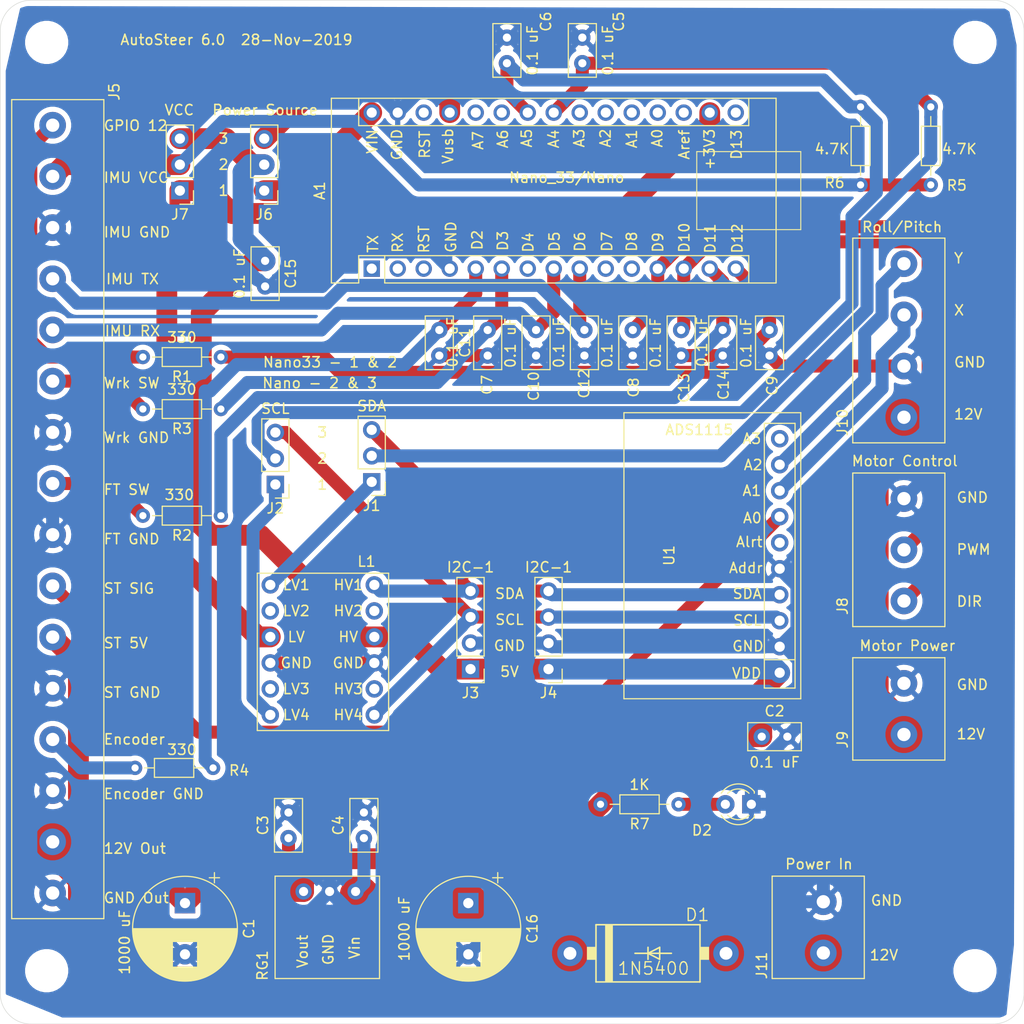
<source format=kicad_pcb>
(kicad_pcb (version 20171130) (host pcbnew "(5.1.2)-2")
  (layers (0 F.Cu signal) (31 B.Cu signal) (34 B.Paste user) (35 F.Paste user) (36 B.SilkS user) (37 F.SilkS user) (38 B.Mask user) (39 F.Mask user) (44 Edge.Cuts user))
  (net 0 "")
  (net 1 "Net-(A1-Pad16)")
  (net 2 "Net-(A1-Pad17)")
  (net 3 "Net-(A1-Pad3)")
  (net 4 "Net-(A1-Pad18)")
  (net 5 "Net-(A1-Pad4)")
  (net 6 GND)
  (net 7 "Net-(A1-Pad5)")
  (net 8 "Net-(A1-Pad20)")
  (net 9 "Net-(A1-Pad6)")
  (net 10 "Net-(A1-Pad21)")
  (net 11 "Net-(A1-Pad7)")
  (net 12 "Net-(A1-Pad22)")
  (net 13 "Net-(A1-Pad8)")
  (net 14 "Net-(A1-Pad23)")
  (net 15 "Net-(A1-Pad9)")
  (net 16 "Net-(A1-Pad24)")
  (net 17 "Net-(A1-Pad10)")
  (net 18 "Net-(A1-Pad25)")
  (net 19 "Net-(A1-Pad11)")
  (net 20 "Net-(A1-Pad26)")
  (net 21 "Net-(A1-Pad12)")
  (net 22 "Net-(A1-Pad27)")
  (net 23 "Net-(A1-Pad13)")
  (net 24 "Net-(A1-Pad28)")
  (net 25 "Net-(A1-Pad29)")
  (net 26 "Net-(A1-Pad15)")
  (net 27 "Net-(A1-Pad30)")
  (net 28 "Net-(A1-Pad1)")
  (net 29 "Net-(C1-Pad1)")
  (net 30 "Net-(D1-PadA)")
  (net 31 "Net-(D2-Pad2)")
  (net 32 "Net-(J1-Pad3)")
  (net 33 "Net-(J1-Pad1)")
  (net 34 "Net-(J2-Pad1)")
  (net 35 "Net-(L1-Pad8)")
  (net 36 "Net-(L1-Pad2)")
  (net 37 "Net-(U1-Pad10)")
  (net 38 "Net-(U1-Pad6)")
  (net 39 "Net-(L1-Pad11)")
  (net 40 "Net-(L1-Pad5)")
  (net 41 "Net-(A1-Pad2)")
  (net 42 "Net-(J2-Pad3)")
  (net 43 "Net-(J5-Pad13)")
  (net 44 "Net-(J5-Pad10)")
  (net 45 "Net-(J5-Pad8)")
  (net 46 "Net-(J5-Pad6)")
  (net 47 "Net-(J5-Pad2)")
  (net 48 "Net-(J5-Pad1)")
  (net 49 "Net-(J10-Pad4)")
  (net 50 "Net-(J10-Pad3)")
  (net 51 "Net-(C16-Pad1)")
  (module Capacitor_THT:C_Disc_D5.0mm_W2.5mm_P2.50mm (layer F.Cu) (at 112.522 132.842 90)
    (fp_text reference C4 (at 1.25 -2.5 90) (layer F.SilkS))
    (fp_text value "2.2 uF")
    (pad 2 thru_hole circle (at 2.5 0 90) (size 1.6 1.6) (drill 0.8) (layers *.Cu *.Mask) (net 6 GND))
    (pad 1 thru_hole circle (at 0 0 90) (size 1.6 1.6) (drill 0.8) (layers *.Cu *.Mask) (net 51 "Net-(C16-Pad1)"))
  )
  (module Capacitor_THT:C_Disc_D5.0mm_W2.5mm_P2.50mm (layer F.Cu) (at 105.156 132.842 90)
    (fp_text reference C3 (at 1.25 -2.5 90) (layer F.SilkS))
    (fp_text value "10 uF")
    (pad 2 thru_hole circle (at 2.5 0 90) (size 1.6 1.6) (drill 0.8) (layers *.Cu *.Mask) (net 6 GND))
    (pad 1 thru_hole circle (at 0 0 90) (size 1.6 1.6) (drill 0.8) (layers *.Cu *.Mask) (net 29 "Net-(C1-Pad1)"))
  )
  (module Capacitor_THT:C_Disc_D5.0mm_W2.5mm_P2.50mm (layer F.Cu) (at 119.888 83.2104 270)
    (fp_text reference C11 (at 1.25 -2.5 90) (layer F.SilkS))
    (fp_text value "0.1 uF")
    (pad 2 thru_hole circle (at 2.5 0 270) (size 1.6 1.6) (drill 0.8) (layers *.Cu *.Mask) (net 6 GND))
    (pad 1 thru_hole circle (at 0 0 270) (size 1.6 1.6) (drill 0.8) (layers *.Cu *.Mask) (net 8 "Net-(A1-Pad20)"))
  )
  (module Resistor_THT:R_Axial_DIN0204_L3.6mm_D1.6mm_P7.62mm_Horizontal (layer F.Cu) (at 97.79 125.984 180)
    (fp_text reference R4 (at -2.54 -0.254) (layer F.SilkS))
    (fp_text value 330 (at 3.048 1.778) (layer F.SilkS))
    (pad 2 thru_hole oval (at 7.62 0 180) (size 1.4 1.4) (drill 0.7) (layers *.Cu *.Mask) (net 43 "Net-(J5-Pad13)"))
    (pad 1 thru_hole circle (at 0 0 180) (size 1.4 1.4) (drill 0.7) (layers *.Cu *.Mask) (net 8 "Net-(A1-Pad20)"))
  )
  (module "my library:Phoenix_2_pin_5mm_terminal_block" (layer F.Cu) (at 160.274 125.222 90)
    (fp_text reference J9 (at 2 -1 90) (layer F.SilkS))
    (fp_text value "Motor Power" (at 11.176 5.334 180) (layer F.SilkS))
    (pad 2 thru_hole circle (at 7.5 5 90) (size 2.6 2.6) (drill 1.3) (layers *.Cu *.Mask) (net 6 GND))
    (pad 1 thru_hole circle (at 2.5 5 90) (size 2.6 2.6) (drill 1.3) (layers *.Cu *.Mask) (net 51 "Net-(C16-Pad1)"))
  )
  (module Connector_PinHeader_2.54mm:PinHeader_1x04_P2.54mm_Vertical (layer F.Cu) (at 122.936 116.332 180)
    (fp_text reference J3 (at 0 -2.33) (layer F.SilkS))
    (fp_text value I2C-1 (at 0 9.95) (layer F.SilkS))
    (pad 4 thru_hole oval (at 0 7.62 180) (size 1.7 1.7) (drill 1) (layers *.Cu *.Mask) (net 32 "Net-(J1-Pad3)"))
    (pad 3 thru_hole oval (at 0 5.08 180) (size 1.7 1.7) (drill 1) (layers *.Cu *.Mask) (net 42 "Net-(J2-Pad3)"))
    (pad 2 thru_hole oval (at 0 2.54 180) (size 1.7 1.7) (drill 1) (layers *.Cu *.Mask) (net 6 GND))
    (pad 1 thru_hole rect (at 0 0 180) (size 1.7 1.7) (drill 1) (layers *.Cu *.Mask) (net 29 "Net-(C1-Pad1)"))
  )
  (module "my library:LLC" (layer F.Cu) (at 116.078 125.89)
    (fp_text reference L1 (at -3.302 -20.066) (layer F.SilkS))
    (fp_text value LLC)
    (fp_text user HV3 (at -5.08 -7.62) (layer F.SilkS))
    (fp_text user HV4 (at -5.08 -5.08) (layer F.SilkS))
    (fp_text user GND (at -5.08 -10.16) (layer F.SilkS))
    (fp_text user HV (at -5.08 -12.7) (layer F.SilkS))
    (fp_text user HV2 (at -5.08 -15.24) (layer F.SilkS))
    (fp_text user HV1 (at -5.08 -17.78) (layer F.SilkS))
    (fp_text user LV4 (at -10.16 -5.08) (layer F.SilkS))
    (fp_text user LV3 (at -10.16 -7.62) (layer F.SilkS))
    (fp_text user GND (at -10.16 -10.16) (layer F.SilkS))
    (fp_text user LV (at -10.16 -12.7) (layer F.SilkS))
    (fp_text user LV2 (at -10.16 -15.24) (layer F.SilkS))
    (fp_text user LV1 (at -10.16 -17.78) (layer F.SilkS))
    (pad 12 thru_hole circle (at -2.54 -5.08) (size 1.7 1.7) (drill 1) (layers *.Cu *.Mask) (net 42 "Net-(J2-Pad3)"))
    (pad 11 thru_hole circle (at -2.54 -7.62) (size 1.7 1.7) (drill 1) (layers *.Cu *.Mask) (net 39 "Net-(L1-Pad11)"))
    (pad 10 thru_hole circle (at -2.54 -10.16) (size 1.7 1.7) (drill 1) (layers *.Cu *.Mask) (net 6 GND))
    (pad 9 thru_hole circle (at -2.54 -12.7) (size 1.7 1.7) (drill 1) (layers *.Cu *.Mask) (net 29 "Net-(C1-Pad1)"))
    (pad 8 thru_hole circle (at -2.54 -15.24) (size 1.7 1.7) (drill 1) (layers *.Cu *.Mask) (net 35 "Net-(L1-Pad8)"))
    (pad 7 thru_hole circle (at -2.54 -17.78) (size 1.7 1.7) (drill 1) (layers *.Cu *.Mask) (net 32 "Net-(J1-Pad3)"))
    (pad 6 thru_hole circle (at -12.7 -5.08) (size 1.7 1.7) (drill 1) (layers *.Cu *.Mask) (net 34 "Net-(J2-Pad1)"))
    (pad 5 thru_hole circle (at -12.7 -7.62) (size 1.7 1.7) (drill 1) (layers *.Cu *.Mask) (net 40 "Net-(L1-Pad5)"))
    (pad 4 thru_hole circle (at -12.7 -10.16) (size 1.7 1.7) (drill 1) (layers *.Cu *.Mask) (net 6 GND))
    (pad 3 thru_hole circle (at -12.7 -12.7) (size 1.7 1.7) (drill 1) (layers *.Cu *.Mask) (net 41 "Net-(A1-Pad2)"))
    (pad 2 thru_hole circle (at -12.7 -15.24) (size 1.7 1.7) (drill 1) (layers *.Cu *.Mask) (net 36 "Net-(L1-Pad2)"))
    (pad 1 thru_hole circle (at -12.7 -17.78) (size 1.7 1.7) (drill 1) (layers *.Cu *.Mask) (net 33 "Net-(J1-Pad1)"))
  )
  (module "my library:ads1115" (layer F.Cu) (at 154.686 118.364 90)
    (fp_text reference U1 (at 13.1318 -12.3444 90) (layer F.SilkS))
    (fp_text value ADS1115 (at 25.4 -9.398 180) (layer F.SilkS))
    (fp_text user A3 (at 24.5364 -4.2672) (layer F.SilkS))
    (fp_text user A2 (at 21.971 -4.1402) (layer F.SilkS))
    (fp_text user A1 (at 19.4564 -4.2672) (layer F.SilkS))
    (fp_text user A0 (at 16.7894 -4.2164) (layer F.SilkS))
    (fp_text user Alrt (at 14.4526 -4.5212) (layer F.SilkS))
    (fp_text user Addr (at 11.9126 -4.8514) (layer F.SilkS))
    (fp_text user SDA (at 9.398 -4.7244) (layer F.SilkS))
    (fp_text user SCL (at 6.7818 -4.699) (layer F.SilkS))
    (fp_text user GND (at 4.2672 -4.6482) (layer F.SilkS))
    (fp_text user VDD (at 1.6256 -4.7752) (layer F.SilkS))
    (pad 10 thru_hole circle (at 24.5364 -1.5494 90) (size 1.7 1.7) (drill 1) (layers *.Cu *.Mask) (net 37 "Net-(U1-Pad10)"))
    (pad 9 thru_hole circle (at 21.9964 -1.5494 90) (size 1.7 1.7) (drill 1) (layers *.Cu *.Mask) (net 49 "Net-(J10-Pad4)"))
    (pad 8 thru_hole circle (at 19.4564 -1.5494 90) (size 1.7 1.7) (drill 1) (layers *.Cu *.Mask) (net 50 "Net-(J10-Pad3)"))
    (pad 7 thru_hole circle (at 16.9164 -1.5494 90) (size 1.7 1.7) (drill 1) (layers *.Cu *.Mask) (net 44 "Net-(J5-Pad10)"))
    (pad 6 thru_hole circle (at 14.3764 -1.5494 90) (size 1.7 1.7) (drill 1) (layers *.Cu *.Mask) (net 38 "Net-(U1-Pad6)"))
    (pad 5 thru_hole circle (at 11.8364 -1.5494 90) (size 1.7 1.7) (drill 1) (layers *.Cu *.Mask) (net 6 GND))
    (pad 4 thru_hole circle (at 9.2964 -1.5494 90) (size 1.7 1.7) (drill 1) (layers *.Cu *.Mask) (net 32 "Net-(J1-Pad3)"))
    (pad 3 thru_hole circle (at 6.7564 -1.5494 90) (size 1.7 1.7) (drill 1) (layers *.Cu *.Mask) (net 42 "Net-(J2-Pad3)"))
    (pad 2 thru_hole circle (at 4.2164 -1.5494 90) (size 1.7 1.7) (drill 1) (layers *.Cu *.Mask) (net 6 GND))
    (pad 1 thru_hole circle (at 1.6764 -1.5494 90) (size 1.7 1.7) (drill 1) (layers *.Cu *.Mask) (net 29 "Net-(C1-Pad1)"))
  )
  (module Resistor_THT:R_Axial_DIN0204_L3.6mm_D1.6mm_P7.62mm_Horizontal (layer F.Cu) (at 161.036 69.036 90)
    (fp_text reference R6 (at 0.202 -2.54) (layer F.SilkS))
    (fp_text value 4.7K (at 3.504 -2.794) (layer F.SilkS))
    (pad 2 thru_hole oval (at 7.62 0 90) (size 1.4 1.4) (drill 0.7) (layers *.Cu *.Mask) (net 15 "Net-(A1-Pad9)"))
    (pad 1 thru_hole circle (at 0 0 90) (size 1.4 1.4) (drill 0.7) (layers *.Cu *.Mask) (net 47 "Net-(J5-Pad2)"))
  )
  (module Resistor_THT:R_Axial_DIN0204_L3.6mm_D1.6mm_P7.62mm_Horizontal (layer F.Cu) (at 167.894 69.036 90)
    (fp_text reference R5 (at -0.052 2.54) (layer F.SilkS))
    (fp_text value 4.7K (at 3.504 2.794) (layer F.SilkS))
    (pad 2 thru_hole oval (at 7.62 0 90) (size 1.4 1.4) (drill 0.7) (layers *.Cu *.Mask) (net 13 "Net-(A1-Pad8)"))
    (pad 1 thru_hole circle (at 0 0 90) (size 1.4 1.4) (drill 0.7) (layers *.Cu *.Mask) (net 47 "Net-(J5-Pad2)"))
  )
  (module "my library:mEZD71201A" (layer F.Cu) (at 114.046 146.558 180)
    (fp_text reference RG1 (at 11.43 1.27 270) (layer F.SilkS))
    (fp_text value mEZD71201A)
    (fp_text user Vin (at 2.4384 3.0226 90) (layer F.SilkS))
    (fp_text user GND (at 5.0038 2.8448 90) (layer F.SilkS))
    (fp_text user Vout (at 7.5184 2.6416 90) (layer F.SilkS))
    (pad 3 thru_hole circle (at 7.4168 8.5 270) (size 1.59 1.59) (drill 0.89) (layers *.Cu *.Mask) (net 29 "Net-(C1-Pad1)"))
    (pad 2 thru_hole circle (at 4.8768 8.5 270) (size 1.59 1.59) (drill 0.89) (layers *.Cu *.Mask) (net 6 GND))
    (pad 1 thru_hole circle (at 2.3368 8.5 270) (size 1.59 1.59) (drill 0.89) (layers *.Cu *.Mask) (net 51 "Net-(C16-Pad1)"))
  )
  (module "my library:Phoenix_2_pin_5mm_terminal_block" (layer F.Cu) (at 152.4 146.558 90)
    (fp_text reference J11 (at 1.27 -1.016 90) (layer F.SilkS))
    (fp_text value "Power In" (at 11.176 4.572 180) (layer F.SilkS))
    (pad 2 thru_hole circle (at 7.5 5 90) (size 2.6 2.6) (drill 1.3) (layers *.Cu *.Mask) (net 6 GND))
    (pad 1 thru_hole circle (at 2.5 5 90) (size 2.6 2.6) (drill 1.3) (layers *.Cu *.Mask) (net 30 "Net-(D1-PadA)"))
  )
  (module "my library:Phoenix_4_pin_5mm_terminal_block" (layer F.Cu) (at 160.274 94.234 90)
    (fp_text reference J10 (at 2 -1 90) (layer F.SilkS))
    (fp_text value Roll/Pitch (at 21.082 4.826 180) (layer F.SilkS))
    (pad 4 thru_hole circle (at 17.5 5 90) (size 2.6 2.6) (drill 1.3) (layers *.Cu *.Mask) (net 49 "Net-(J10-Pad4)"))
    (pad 3 thru_hole circle (at 12.5 5 90) (size 2.6 2.6) (drill 1.3) (layers *.Cu *.Mask) (net 50 "Net-(J10-Pad3)"))
    (pad 2 thru_hole circle (at 7.5 5 90) (size 2.6 2.6) (drill 1.3) (layers *.Cu *.Mask) (net 6 GND))
    (pad 1 thru_hole circle (at 2.5 5 90) (size 2.6 2.6) (drill 1.3) (layers *.Cu *.Mask) (net 51 "Net-(C16-Pad1)"))
  )
  (module "my library:Phoenix_3_pin_5mm_terminal_block" (layer F.Cu) (at 160.274 112.181 90)
    (fp_text reference J8 (at 2 -1 90) (layer F.SilkS))
    (fp_text value "Motor Control" (at 16.169 5.08 180) (layer F.SilkS))
    (pad 3 thru_hole circle (at 12.5 5 90) (size 2.6 2.6) (drill 1.3) (layers *.Cu *.Mask) (net 6 GND))
    (pad 2 thru_hole circle (at 7.5 5 90) (size 2.6 2.6) (drill 1.3) (layers *.Cu *.Mask) (net 24 "Net-(A1-Pad28)"))
    (pad 1 thru_hole circle (at 2.5 5 90) (size 2.6 2.6) (drill 1.3) (layers *.Cu *.Mask) (net 22 "Net-(A1-Pad27)"))
  )
  (module "my library:Phoenix_16_pin_5mm_terminal_block" (layer F.Cu) (at 87.119 60.706 270)
    (fp_text reference J5 (at -0.762 -1.019 90) (layer F.SilkS))
    (fp_text value Steering)
    (pad 16 thru_hole circle (at 77.5 5 270) (size 2.6 2.6) (drill 1.3) (layers *.Cu *.Mask) (net 6 GND))
    (pad 15 thru_hole circle (at 72.5 5 270) (size 2.6 2.6) (drill 1.3) (layers *.Cu *.Mask) (net 51 "Net-(C16-Pad1)"))
    (pad 14 thru_hole circle (at 67.5 5 270) (size 2.6 2.6) (drill 1.3) (layers *.Cu *.Mask) (net 6 GND))
    (pad 13 thru_hole circle (at 62.5 5 270) (size 2.6 2.6) (drill 1.3) (layers *.Cu *.Mask) (net 43 "Net-(J5-Pad13)"))
    (pad 12 thru_hole circle (at 57.5 5 270) (size 2.6 2.6) (drill 1.3) (layers *.Cu *.Mask) (net 6 GND))
    (pad 11 thru_hole circle (at 52.5 5 270) (size 2.6 2.6) (drill 1.3) (layers *.Cu *.Mask) (net 29 "Net-(C1-Pad1)"))
    (pad 10 thru_hole circle (at 47.5 5 270) (size 2.6 2.6) (drill 1.3) (layers *.Cu *.Mask) (net 44 "Net-(J5-Pad10)"))
    (pad 9 thru_hole circle (at 42.5 5 270) (size 2.6 2.6) (drill 1.3) (layers *.Cu *.Mask) (net 6 GND))
    (pad 8 thru_hole circle (at 37.5 5 270) (size 2.6 2.6) (drill 1.3) (layers *.Cu *.Mask) (net 45 "Net-(J5-Pad8)"))
    (pad 7 thru_hole circle (at 32.5 5 270) (size 2.6 2.6) (drill 1.3) (layers *.Cu *.Mask) (net 6 GND))
    (pad 6 thru_hole circle (at 27.5 5 270) (size 2.6 2.6) (drill 1.3) (layers *.Cu *.Mask) (net 46 "Net-(J5-Pad6)"))
    (pad 5 thru_hole circle (at 22.5 5 270) (size 2.6 2.6) (drill 1.3) (layers *.Cu *.Mask) (net 14 "Net-(A1-Pad23)"))
    (pad 4 thru_hole circle (at 17.5 5 270) (size 2.6 2.6) (drill 1.3) (layers *.Cu *.Mask) (net 16 "Net-(A1-Pad24)"))
    (pad 3 thru_hole circle (at 12.5 5 270) (size 2.6 2.6) (drill 1.3) (layers *.Cu *.Mask) (net 6 GND))
    (pad 2 thru_hole circle (at 7.5 5 270) (size 2.6 2.6) (drill 1.3) (layers *.Cu *.Mask) (net 47 "Net-(J5-Pad2)"))
    (pad 1 thru_hole circle (at 2.5 5 270) (size 2.6 2.6) (drill 1.3) (layers *.Cu *.Mask) (net 48 "Net-(J5-Pad1)"))
  )
  (module "my library:1N5400" (layer F.Cu) (at 140.272334 144.0968)
    (fp_text reference D1 (at 3.556 -3.048) (layer F.SilkS) (effects (font (size 1.2065 1.2065) (thickness 0.127)) (justify left bottom)))
    (fp_text value 1N5400 (at -3.048 2.1844) (layer F.SilkS) (effects (font (size 1.2065 1.2065) (thickness 0.127)) (justify left bottom)))
    (pad C thru_hole circle (at -7.62 0) (size 2.5 2.5) (drill 1.25) (layers *.Cu *.Mask) (net 51 "Net-(C16-Pad1)"))
    (pad A thru_hole circle (at 7.62 0) (size 2.5 2.5) (drill 1.25) (layers *.Cu *.Mask) (net 30 "Net-(D1-PadA)"))
  )
  (module Capacitor_THT:C_Disc_D5.0mm_W2.5mm_P2.50mm (layer F.Cu) (at 102.87 76.454 270)
    (fp_text reference C15 (at 1.25 -2.5 90) (layer F.SilkS))
    (fp_text value "0.1 uF" (at 1.25 2.5 90) (layer F.SilkS))
    (pad 2 thru_hole circle (at 2.5 0 270) (size 1.6 1.6) (drill 0.8) (layers *.Cu *.Mask) (net 6 GND))
    (pad 1 thru_hole circle (at 0 0 270) (size 1.6 1.6) (drill 0.8) (layers *.Cu *.Mask) (net 29 "Net-(C1-Pad1)"))
  )
  (module MountingHole:MountingHole_3.2mm_M3 (layer F.Cu) (at 81.534 145.796)
    (fp_text reference REF** hide)
    (fp_text value MountingHole_3.2mm_M3 hide)
    (pad 1 np_thru_hole circle (at 0 0) (size 3.2 3.2) (drill 3.2) (layers *.Cu *.Mask))
  )
  (module MountingHole:MountingHole_3.2mm_M3 (layer F.Cu) (at 81.534 55.118)
    (fp_text reference REF** hide)
    (fp_text value MountingHole_3.2mm_M3 hide)
    (pad 1 np_thru_hole circle (at 0 0) (size 3.2 3.2) (drill 3.2) (layers *.Cu *.Mask))
  )
  (module MountingHole:MountingHole_3.2mm_M3 (layer F.Cu) (at 172.212 145.796)
    (fp_text reference REF** hide)
    (fp_text value MountingHole_3.2mm_M3 hide)
    (pad 1 np_thru_hole circle (at 0 0) (size 3.2 3.2) (drill 3.2) (layers *.Cu *.Mask))
  )
  (module MountingHole:MountingHole_3.2mm_M3 (layer F.Cu) (at 172.212 55.118)
    (fp_text reference REF** hide)
    (fp_text value MountingHole_3.2mm_M3 hide)
    (pad 1 np_thru_hole circle (at 0 0) (size 3.2 3.2) (drill 3.2) (layers *.Cu *.Mask))
  )
  (module Resistor_THT:R_Axial_DIN0204_L3.6mm_D1.6mm_P7.62mm_Horizontal (layer F.Cu) (at 98.552 85.852 180)
    (fp_text reference R1 (at 3.81 -1.92) (layer F.SilkS))
    (fp_text value 330 (at 3.81 1.92) (layer F.SilkS))
    (pad 2 thru_hole oval (at 7.62 0 180) (size 1.4 1.4) (drill 0.7) (layers *.Cu *.Mask) (net 48 "Net-(J5-Pad1)"))
    (pad 1 thru_hole circle (at 0 0 180) (size 1.4 1.4) (drill 0.7) (layers *.Cu *.Mask) (net 27 "Net-(A1-Pad30)"))
  )
  (module Resistor_THT:R_Axial_DIN0204_L3.6mm_D1.6mm_P7.62mm_Horizontal (layer F.Cu) (at 98.552 90.932 180)
    (fp_text reference R3 (at 3.81 -1.92) (layer F.SilkS))
    (fp_text value 330 (at 3.81 1.92) (layer F.SilkS))
    (pad 2 thru_hole oval (at 7.62 0 180) (size 1.4 1.4) (drill 0.7) (layers *.Cu *.Mask) (net 46 "Net-(J5-Pad6)"))
    (pad 1 thru_hole circle (at 0 0 180) (size 1.4 1.4) (drill 0.7) (layers *.Cu *.Mask) (net 10 "Net-(A1-Pad21)"))
  )
  (module Resistor_THT:R_Axial_DIN0204_L3.6mm_D1.6mm_P7.62mm_Horizontal (layer F.Cu) (at 98.552 101.346 180)
    (fp_text reference R2 (at 3.81 -1.92) (layer F.SilkS))
    (fp_text value 330 (at 4.064 2.032) (layer F.SilkS))
    (pad 2 thru_hole oval (at 7.62 0 180) (size 1.4 1.4) (drill 0.7) (layers *.Cu *.Mask) (net 45 "Net-(J5-Pad8)"))
    (pad 1 thru_hole circle (at 0 0 180) (size 1.4 1.4) (drill 0.7) (layers *.Cu *.Mask) (net 25 "Net-(A1-Pad29)"))
  )
  (module Resistor_THT:R_Axial_DIN0204_L3.6mm_D1.6mm_P7.62mm_Horizontal (layer F.Cu) (at 143.256 129.54 180)
    (fp_text reference R7 (at 3.81 -1.92) (layer F.SilkS))
    (fp_text value 1K (at 3.81 1.92) (layer F.SilkS))
    (pad 2 thru_hole oval (at 7.62 0 180) (size 1.4 1.4) (drill 0.7) (layers *.Cu *.Mask) (net 29 "Net-(C1-Pad1)"))
    (pad 1 thru_hole circle (at 0 0 180) (size 1.4 1.4) (drill 0.7) (layers *.Cu *.Mask) (net 31 "Net-(D2-Pad2)"))
  )
  (module Connector_PinHeader_2.54mm:PinHeader_1x03_P2.54mm_Vertical (layer F.Cu) (at 94.545332 69.596 180)
    (fp_text reference J7 (at 0 -2.33) (layer F.SilkS))
    (fp_text value VCC (at 0.057332 7.874) (layer F.SilkS))
    (pad 3 thru_hole oval (at 0 5.08 180) (size 1.7 1.7) (drill 1) (layers *.Cu *.Mask) (net 29 "Net-(C1-Pad1)"))
    (pad 2 thru_hole oval (at 0 2.54 180) (size 1.7 1.7) (drill 1) (layers *.Cu *.Mask) (net 47 "Net-(J5-Pad2)"))
    (pad 1 thru_hole rect (at 0 0 180) (size 1.7 1.7) (drill 1) (layers *.Cu *.Mask) (net 41 "Net-(A1-Pad2)"))
  )
  (module Connector_PinHeader_2.54mm:PinHeader_1x03_P2.54mm_Vertical (layer F.Cu) (at 102.784665 69.596 180)
    (fp_text reference J6 (at 0 -2.33) (layer F.SilkS))
    (fp_text value "Power Source" (at -0.085335 7.874) (layer F.SilkS))
    (pad 3 thru_hole oval (at 0 5.08 180) (size 1.7 1.7) (drill 1) (layers *.Cu *.Mask) (net 21 "Net-(A1-Pad12)"))
    (pad 2 thru_hole oval (at 0 2.54 180) (size 1.7 1.7) (drill 1) (layers *.Cu *.Mask) (net 29 "Net-(C1-Pad1)"))
    (pad 1 thru_hole rect (at 0 0 180) (size 1.7 1.7) (drill 1) (layers *.Cu *.Mask) (net 26 "Net-(A1-Pad15)"))
  )
  (module Connector_PinHeader_2.54mm:PinHeader_1x04_P2.54mm_Vertical (layer F.Cu) (at 130.556 116.332 180)
    (fp_text reference J4 (at 0 -2.33) (layer F.SilkS))
    (fp_text value I2C-1 (at 0 9.95) (layer F.SilkS))
    (pad 4 thru_hole oval (at 0 7.62 180) (size 1.7 1.7) (drill 1) (layers *.Cu *.Mask) (net 32 "Net-(J1-Pad3)"))
    (pad 3 thru_hole oval (at 0 5.08 180) (size 1.7 1.7) (drill 1) (layers *.Cu *.Mask) (net 42 "Net-(J2-Pad3)"))
    (pad 2 thru_hole oval (at 0 2.54 180) (size 1.7 1.7) (drill 1) (layers *.Cu *.Mask) (net 6 GND))
    (pad 1 thru_hole rect (at 0 0 180) (size 1.7 1.7) (drill 1) (layers *.Cu *.Mask) (net 29 "Net-(C1-Pad1)"))
  )
  (module Connector_PinHeader_2.54mm:PinHeader_1x03_P2.54mm_Vertical (layer F.Cu) (at 103.873 98.298 180)
    (fp_text reference J2 (at 0 -2.33) (layer F.SilkS))
    (fp_text value SCL (at 0 7.41) (layer F.SilkS))
    (pad 3 thru_hole oval (at 0 5.08 180) (size 1.7 1.7) (drill 1) (layers *.Cu *.Mask) (net 42 "Net-(J2-Pad3)"))
    (pad 2 thru_hole oval (at 0 2.54 180) (size 1.7 1.7) (drill 1) (layers *.Cu *.Mask) (net 15 "Net-(A1-Pad9)"))
    (pad 1 thru_hole rect (at 0 0 180) (size 1.7 1.7) (drill 1) (layers *.Cu *.Mask) (net 34 "Net-(J2-Pad1)"))
  )
  (module Connector_PinHeader_2.54mm:PinHeader_1x03_P2.54mm_Vertical (layer F.Cu) (at 113.284 98.044 180)
    (fp_text reference J1 (at 0 -2.33) (layer F.SilkS))
    (fp_text value SDA (at 0 7.41) (layer F.SilkS))
    (pad 3 thru_hole oval (at 0 5.08 180) (size 1.7 1.7) (drill 1) (layers *.Cu *.Mask) (net 32 "Net-(J1-Pad3)"))
    (pad 2 thru_hole oval (at 0 2.54 180) (size 1.7 1.7) (drill 1) (layers *.Cu *.Mask) (net 13 "Net-(A1-Pad8)"))
    (pad 1 thru_hole rect (at 0 0 180) (size 1.7 1.7) (drill 1) (layers *.Cu *.Mask) (net 33 "Net-(J1-Pad1)"))
  )
  (module LED_THT:LED_D3.0mm (layer F.Cu) (at 150.368 129.54 180)
    (fp_text reference D2 (at 4.826 -2.54) (layer F.SilkS))
    (fp_text value LED)
    (pad 2 thru_hole circle (at 2.54 0 180) (size 1.8 1.8) (drill 0.9) (layers *.Cu *.Mask) (net 31 "Net-(D2-Pad2)"))
    (pad 1 thru_hole rect (at 0 0 180) (size 1.8 1.8) (drill 0.9) (layers *.Cu *.Mask) (net 6 GND))
  )
  (module Capacitor_THT:C_Disc_D5.0mm_W2.5mm_P2.50mm (layer F.Cu) (at 152.146 83.2104 270)
    (fp_text reference C9 (at 5.4356 -0.254 90) (layer F.SilkS))
    (fp_text value "0.1 uF" (at 1.25 2.286 90) (layer F.SilkS))
    (pad 2 thru_hole circle (at 2.5 0 270) (size 1.6 1.6) (drill 0.8) (layers *.Cu *.Mask) (net 6 GND))
    (pad 1 thru_hole circle (at 0 0 270) (size 1.6 1.6) (drill 0.8) (layers *.Cu *.Mask) (net 27 "Net-(A1-Pad30)"))
  )
  (module Capacitor_THT:C_Disc_D5.0mm_W2.5mm_P2.50mm (layer F.Cu) (at 129.3368 83.2104 270)
    (fp_text reference C10 (at 5.4864 0.2286 90) (layer F.SilkS))
    (fp_text value "0.1 uF" (at 1.25 2.5 90) (layer F.SilkS))
    (pad 2 thru_hole circle (at 2.5 0 270) (size 1.6 1.6) (drill 0.8) (layers *.Cu *.Mask) (net 6 GND))
    (pad 1 thru_hole circle (at 0 0 270) (size 1.6 1.6) (drill 0.8) (layers *.Cu *.Mask) (net 14 "Net-(A1-Pad23)"))
  )
  (module Capacitor_THT:C_Disc_D5.0mm_W2.5mm_P2.50mm (layer F.Cu) (at 138.7856 83.2104 270)
    (fp_text reference C8 (at 5.6134 -0.0762 90) (layer F.SilkS))
    (fp_text value "0.1 uF" (at 1.25 2.5 90) (layer F.SilkS))
    (pad 2 thru_hole circle (at 2.5 0 270) (size 1.6 1.6) (drill 0.8) (layers *.Cu *.Mask) (net 6 GND))
    (pad 1 thru_hole circle (at 0 0 270) (size 1.6 1.6) (drill 0.8) (layers *.Cu *.Mask) (net 22 "Net-(A1-Pad27)"))
  )
  (module Capacitor_THT:C_Disc_D5.0mm_W2.5mm_P2.50mm (layer F.Cu) (at 143.51 83.2104 270)
    (fp_text reference C13 (at 5.6642 -0.286658 90) (layer F.SilkS))
    (fp_text value "0.1 uF" (at 1.25 2.5 90) (layer F.SilkS))
    (pad 2 thru_hole circle (at 2.5 0 270) (size 1.6 1.6) (drill 0.8) (layers *.Cu *.Mask) (net 6 GND))
    (pad 1 thru_hole circle (at 0 0 270) (size 1.6 1.6) (drill 0.8) (layers *.Cu *.Mask) (net 24 "Net-(A1-Pad28)"))
  )
  (module Capacitor_THT:C_Disc_D5.0mm_W2.5mm_P2.50mm (layer F.Cu) (at 147.574 83.2104 270)
    (fp_text reference C14 (at 5.3848 -0.072572 90) (layer F.SilkS))
    (fp_text value "0.1 uF" (at 1.15478 2.032 90) (layer F.SilkS))
    (pad 2 thru_hole circle (at 2.5 0 270) (size 1.6 1.6) (drill 0.8) (layers *.Cu *.Mask) (net 6 GND))
    (pad 1 thru_hole circle (at 0 0 270) (size 1.6 1.6) (drill 0.8) (layers *.Cu *.Mask) (net 25 "Net-(A1-Pad29)"))
  )
  (module Capacitor_THT:C_Disc_D5.0mm_W2.5mm_P2.50mm (layer F.Cu) (at 134.0612 83.2104 270)
    (fp_text reference C12 (at 5.2324 0.032657 90) (layer F.SilkS))
    (fp_text value "0.1 uF" (at 1.25 2.5 90) (layer F.SilkS))
    (pad 2 thru_hole circle (at 2.5 0 270) (size 1.6 1.6) (drill 0.8) (layers *.Cu *.Mask) (net 6 GND))
    (pad 1 thru_hole circle (at 0 0 270) (size 1.6 1.6) (drill 0.8) (layers *.Cu *.Mask) (net 16 "Net-(A1-Pad24)"))
  )
  (module Capacitor_THT:C_Disc_D5.0mm_W2.5mm_P2.50mm (layer F.Cu) (at 126.492 57.15 90)
    (fp_text reference C6 (at 4.064 3.81 90) (layer F.SilkS))
    (fp_text value "0.1 uF" (at 1.25 2.5 90) (layer F.SilkS))
    (pad 2 thru_hole circle (at 2.5 0 90) (size 1.6 1.6) (drill 0.8) (layers *.Cu *.Mask) (net 6 GND))
    (pad 1 thru_hole circle (at 0 0 90) (size 1.6 1.6) (drill 0.8) (layers *.Cu *.Mask) (net 15 "Net-(A1-Pad9)"))
  )
  (module Capacitor_THT:C_Disc_D5.0mm_W2.5mm_P2.50mm (layer F.Cu) (at 133.858 57.15 90)
    (fp_text reference C5 (at 4.064 3.556 90) (layer F.SilkS))
    (fp_text value "0.1 uF" (at 1.25 2.5 90) (layer F.SilkS))
    (pad 2 thru_hole circle (at 2.5 0 90) (size 1.6 1.6) (drill 0.8) (layers *.Cu *.Mask) (net 6 GND))
    (pad 1 thru_hole circle (at 0 0 90) (size 1.6 1.6) (drill 0.8) (layers *.Cu *.Mask) (net 13 "Net-(A1-Pad8)"))
  )
  (module Capacitor_THT:CP_Radial_D10.0mm_P5.00mm (layer F.Cu) (at 122.720001 139.192 270)
    (fp_text reference C16 (at 2.5 -6.25 90) (layer F.SilkS))
    (fp_text value "1000 uF" (at 2.5 6.25 90) (layer F.SilkS))
    (pad 2 thru_hole circle (at 5 0 270) (size 2 2) (drill 1) (layers *.Cu *.Mask) (net 6 GND))
    (pad 1 thru_hole rect (at 0 0 270) (size 2 2) (drill 1) (layers *.Cu *.Mask) (net 51 "Net-(C16-Pad1)"))
  )
  (module Capacitor_THT:C_Disc_D5.0mm_W2.5mm_P2.50mm (layer F.Cu) (at 124.6124 83.2104 270)
    (fp_text reference C7 (at 5.3594 0.061685 90) (layer F.SilkS))
    (fp_text value "0.1 uF" (at 1.1938 3.439885 90) (layer F.SilkS))
    (pad 2 thru_hole circle (at 2.5 0 270) (size 1.6 1.6) (drill 0.8) (layers *.Cu *.Mask) (net 6 GND))
    (pad 1 thru_hole circle (at 0 0 270) (size 1.6 1.6) (drill 0.8) (layers *.Cu *.Mask) (net 10 "Net-(A1-Pad21)"))
  )
  (module Capacitor_THT:C_Disc_D5.0mm_W2.5mm_P2.50mm (layer F.Cu) (at 151.384 122.936)
    (fp_text reference C2 (at 1.25 -2.5) (layer F.SilkS))
    (fp_text value "0.1 uF" (at 1.25 2.5) (layer F.SilkS))
    (pad 2 thru_hole circle (at 2.5 0) (size 1.6 1.6) (drill 0.8) (layers *.Cu *.Mask) (net 6 GND))
    (pad 1 thru_hole circle (at 0 0) (size 1.6 1.6) (drill 0.8) (layers *.Cu *.Mask) (net 29 "Net-(C1-Pad1)"))
  )
  (module Capacitor_THT:CP_Radial_D10.0mm_P5.00mm (layer F.Cu) (at 95.045334 139.192 270)
    (fp_text reference C1 (at 2.5 -6.25 90) (layer F.SilkS))
    (fp_text value "1000 uF" (at 3.81 5.891334 90) (layer F.SilkS))
    (pad 2 thru_hole circle (at 5 0 270) (size 2 2) (drill 1) (layers *.Cu *.Mask) (net 6 GND))
    (pad 1 thru_hole rect (at 0 0 270) (size 2 2) (drill 1) (layers *.Cu *.Mask) (net 29 "Net-(C1-Pad1)"))
  )
  (module "my library:Nano_33" (layer F.Cu) (at 113.284 77.216 90)
    (fp_text reference A1 (at 7.62 -5.08 90) (layer F.SilkS))
    (fp_text value Nano_33/Nano (at 8.89 19.05) (layer F.SilkS))
    (fp_text user D13 (at 12.1158 35.6362 90) (layer F.SilkS))
    (fp_text user +3V3 (at 11.6586 32.9946 90) (layer F.SilkS))
    (fp_text user Aref (at 12.1158 30.5308 90) (layer F.SilkS))
    (fp_text user A0 (at 12.7508 27.8892 90) (layer F.SilkS))
    (fp_text user A1 (at 12.6746 25.4 90) (layer F.SilkS))
    (fp_text user A2 (at 12.7508 22.8346 90) (layer F.SilkS))
    (fp_text user A3 (at 12.7508 20.2692 90) (layer F.SilkS))
    (fp_text user A4 (at 12.6746 17.78 90) (layer F.SilkS))
    (fp_text user A5 (at 12.7508 15.1384 90) (layer F.SilkS))
    (fp_text user A6 (at 12.6746 12.8016 90) (layer F.SilkS))
    (fp_text user A7 (at 12.5222 10.3886 90) (layer F.SilkS))
    (fp_text user Vusb (at 11.9634 7.4422 90) (layer F.SilkS))
    (fp_text user RST (at 12.1158 5.1816 90) (layer F.SilkS))
    (fp_text user GND (at 12.1158 2.4638 90) (layer F.SilkS))
    (fp_text user VIN (at 12.4206 0.0508 90) (layer F.SilkS))
    (fp_text user D12 (at 2.9464 35.7124 90) (layer F.SilkS))
    (fp_text user D11 (at 2.9464 33.0708 90) (layer F.SilkS))
    (fp_text user D10 (at 3.0226 30.5308 90) (layer F.SilkS))
    (fp_text user D9 (at 2.5654 27.9654 90) (layer F.SilkS))
    (fp_text user D8 (at 2.6416 25.4 90) (layer F.SilkS))
    (fp_text user D7 (at 2.6416 22.987 90) (layer F.SilkS))
    (fp_text user D6 (at 2.6416 20.3454 90) (layer F.SilkS))
    (fp_text user D5 (at 2.6416 17.8562 90) (layer F.SilkS))
    (fp_text user D4 (at 2.5654 15.2908 90) (layer F.SilkS))
    (fp_text user D3 (at 2.7178 12.8016 90) (layer F.SilkS))
    (fp_text user D2 (at 2.794 10.3124 90) (layer F.SilkS))
    (fp_text user GND (at 3.0988 7.747 90) (layer F.SilkS))
    (fp_text user RST (at 2.8702 5.1054 90) (layer F.SilkS))
    (fp_text user RX (at 2.54 2.54 90) (layer F.SilkS))
    (fp_text user TX (at 2.413 0.127 90) (layer F.SilkS))
    (pad 16 thru_hole rect (at 0 0 90) (size 1.6 1.6) (drill 0.9906) (layers *.Cu *.Mask) (net 1 "Net-(A1-Pad16)"))
    (pad 2 thru_hole oval (at 15.24 33.02 90) (size 1.6 1.6) (drill 0.9906) (layers *.Cu *.Mask) (net 41 "Net-(A1-Pad2)"))
    (pad 17 thru_hole oval (at 0 2.54 90) (size 1.6 1.6) (drill 0.9906) (layers *.Cu *.Mask) (net 2 "Net-(A1-Pad17)"))
    (pad 3 thru_hole oval (at 15.24 30.48 90) (size 1.6 1.6) (drill 0.9906) (layers *.Cu *.Mask) (net 3 "Net-(A1-Pad3)"))
    (pad 18 thru_hole oval (at 0 5.08 90) (size 1.6 1.6) (drill 0.9906) (layers *.Cu *.Mask) (net 4 "Net-(A1-Pad18)"))
    (pad 4 thru_hole oval (at 15.24 27.94 90) (size 1.6 1.6) (drill 0.9906) (layers *.Cu *.Mask) (net 5 "Net-(A1-Pad4)"))
    (pad 19 thru_hole oval (at 0 7.62 90) (size 1.6 1.6) (drill 0.9906) (layers *.Cu *.Mask) (net 6 GND))
    (pad 5 thru_hole oval (at 15.24 25.4 90) (size 1.6 1.6) (drill 0.9906) (layers *.Cu *.Mask) (net 7 "Net-(A1-Pad5)"))
    (pad 20 thru_hole oval (at 0 10.16 90) (size 1.6 1.6) (drill 0.9906) (layers *.Cu *.Mask) (net 8 "Net-(A1-Pad20)"))
    (pad 6 thru_hole oval (at 15.24 22.86 90) (size 1.6 1.6) (drill 0.9906) (layers *.Cu *.Mask) (net 9 "Net-(A1-Pad6)"))
    (pad 21 thru_hole oval (at 0 12.7 90) (size 1.6 1.6) (drill 0.9906) (layers *.Cu *.Mask) (net 10 "Net-(A1-Pad21)"))
    (pad 7 thru_hole oval (at 15.24 20.32 90) (size 1.6 1.6) (drill 0.9906) (layers *.Cu *.Mask) (net 11 "Net-(A1-Pad7)"))
    (pad 22 thru_hole oval (at 0 15.24 90) (size 1.6 1.6) (drill 0.9906) (layers *.Cu *.Mask) (net 12 "Net-(A1-Pad22)"))
    (pad 8 thru_hole oval (at 15.24 17.78 90) (size 1.6 1.6) (drill 0.9906) (layers *.Cu *.Mask) (net 13 "Net-(A1-Pad8)"))
    (pad 23 thru_hole oval (at 0 17.78 90) (size 1.6 1.6) (drill 0.9906) (layers *.Cu *.Mask) (net 14 "Net-(A1-Pad23)"))
    (pad 9 thru_hole oval (at 15.24 15.24 90) (size 1.6 1.6) (drill 0.9906) (layers *.Cu *.Mask) (net 15 "Net-(A1-Pad9)"))
    (pad 24 thru_hole oval (at 0 20.32 90) (size 1.6 1.6) (drill 0.9906) (layers *.Cu *.Mask) (net 16 "Net-(A1-Pad24)"))
    (pad 10 thru_hole oval (at 15.24 12.7 90) (size 1.6 1.6) (drill 0.9906) (layers *.Cu *.Mask) (net 17 "Net-(A1-Pad10)"))
    (pad 25 thru_hole oval (at 0 22.86 90) (size 1.6 1.6) (drill 0.9906) (layers *.Cu *.Mask) (net 18 "Net-(A1-Pad25)"))
    (pad 11 thru_hole oval (at 15.24 10.16 90) (size 1.6 1.6) (drill 0.9906) (layers *.Cu *.Mask) (net 19 "Net-(A1-Pad11)"))
    (pad 26 thru_hole oval (at 0 25.4 90) (size 1.6 1.6) (drill 0.9906) (layers *.Cu *.Mask) (net 20 "Net-(A1-Pad26)"))
    (pad 12 thru_hole oval (at 15.24 7.62 90) (size 1.6 1.6) (drill 0.9906) (layers *.Cu *.Mask) (net 21 "Net-(A1-Pad12)"))
    (pad 27 thru_hole oval (at 0 27.94 90) (size 1.6 1.6) (drill 0.9906) (layers *.Cu *.Mask) (net 22 "Net-(A1-Pad27)"))
    (pad 13 thru_hole oval (at 15.24 5.08 90) (size 1.6 1.6) (drill 0.9906) (layers *.Cu *.Mask) (net 23 "Net-(A1-Pad13)"))
    (pad 28 thru_hole oval (at 0 30.48 90) (size 1.6 1.6) (drill 0.9906) (layers *.Cu *.Mask) (net 24 "Net-(A1-Pad28)"))
    (pad 14 thru_hole oval (at 15.24 2.54 90) (size 1.6 1.6) (drill 0.9906) (layers *.Cu *.Mask) (net 6 GND))
    (pad 29 thru_hole oval (at 0 33.02 90) (size 1.6 1.6) (drill 0.9906) (layers *.Cu *.Mask) (net 25 "Net-(A1-Pad29)"))
    (pad 15 thru_hole oval (at 15.24 0 90) (size 1.6 1.6) (drill 0.9906) (layers *.Cu *.Mask) (net 26 "Net-(A1-Pad15)"))
    (pad 30 thru_hole oval (at 0 35.56 90) (size 1.6 1.6) (drill 0.9906) (layers *.Cu *.Mask) (net 27 "Net-(A1-Pad30)"))
    (pad 1 thru_hole oval (at 15.24 35.56 90) (size 1.6 1.6) (drill 0.9906) (layers *.Cu *.Mask) (net 28 "Net-(A1-Pad1)"))
  )
  (gr_text "GND Out" (at 90.289047 138.684) (layer F.SilkS) (effects (font (size 1 1))))
  (gr_text "12V Out" (at 90.14619 133.858) (layer F.SilkS) (effects (font (size 1 1))))
  (gr_text "Encoder GND" (at 92.003333 128.524) (layer F.SilkS) (effects (font (size 1 1))))
  (gr_text "GPIO 12" (at 90.217619 63.246) (layer F.SilkS) (effects (font (size 1 1))))
  (gr_text "ST GND" (at 89.884286 118.618) (layer F.SilkS) (effects (font (size 1 1))))
  (gr_text "ST 5V" (at 89.265238 113.792) (layer F.SilkS) (effects (font (size 1 1))))
  (gr_text "ST SIG" (at 89.574762 108.458) (layer F.SilkS) (effects (font (size 1 1))))
  (gr_text "FT GND" (at 89.836666 103.632) (layer F.SilkS) (effects (font (size 1 1))))
  (gr_text "FT SW" (at 89.360476 98.806) (layer F.SilkS) (effects (font (size 1 1))))
  (gr_text "Wrk GND" (at 90.312857 93.726) (layer F.SilkS) (effects (font (size 1 1))))
  (gr_text "Wrk SW" (at 89.836666 88.392) (layer F.SilkS) (effects (font (size 1 1))))
  (gr_text "IMU TX" (at 89.916 78.232) (layer F.SilkS) (effects (font (size 1 1))))
  (gr_text "IMU RX" (at 89.916 83.312) (layer F.SilkS) (effects (font (size 1 1))))
  (gr_text "IMU GND" (at 90.360476 73.66) (layer F.SilkS) (effects (font (size 1 1))))
  (gr_text "IMU VCC" (at 90.265238 68.326) (layer F.SilkS) (effects (font (size 1 1))))
  (gr_text Encoder (at 90.098571 123.19) (layer F.SilkS) (effects (font (size 1 1))))
  (gr_arc (start 174 148) (end 174 151) (angle -90) (layer Edge.Cuts) (width 0.05))
  (gr_arc (start 80 148) (end 80 151) (angle 90) (layer Edge.Cuts) (width 0.05))
  (gr_arc (start 80 54) (end 80 51) (angle -90) (layer Edge.Cuts) (width 0.05))
  (gr_arc (start 174 54) (end 174 51) (angle 90) (layer Edge.Cuts) (width 0.05))
  (gr_line (start 177 148) (end 177 54) (layer Edge.Cuts) (width 0.05))
  (gr_line (start 80 151) (end 174 151) (layer Edge.Cuts) (width 0.05))
  (gr_line (start 77 54) (end 77 148) (layer Edge.Cuts) (width 0.05))
  (gr_line (start 174 51) (end 80 51) (layer Edge.Cuts) (width 0.05))
  (gr_text 5V (at 126.746 116.586) (layer F.SilkS) (effects (font (size 1 1))))
  (gr_text GND (at 126.746 114.046) (layer F.SilkS) (effects (font (size 1 1))))
  (gr_text SCL (at 126.746 111.506) (layer F.SilkS) (effects (font (size 1 1))))
  (gr_text SDA (at 126.746 108.966) (layer F.SilkS) (effects (font (size 1 1))))
  (gr_text 12V (at 163.322 144.272) (layer F.SilkS) (effects (font (size 1 1))))
  (gr_text GND (at 163.576 138.938) (layer F.SilkS) (effects (font (size 1 1))))
  (gr_text GND (at 171.958 117.856) (layer F.SilkS) (effects (font (size 1 1))))
  (gr_text 12V (at 171.815143 122.682) (layer F.SilkS) (effects (font (size 1 1))))
  (gr_text DIR (at 171.672286 109.728) (layer F.SilkS) (effects (font (size 1 1))))
  (gr_text PWM (at 172.077048 104.648) (layer F.SilkS) (effects (font (size 1 1))))
  (gr_text GND (at 171.958 99.568) (layer F.SilkS) (effects (font (size 1 1))))
  (gr_text "Y\n" (at 170.608762 76.2) (layer F.SilkS) (effects (font (size 1 1))))
  (gr_text X (at 170.656381 81.28) (layer F.SilkS) (effects (font (size 1 1))))
  (gr_text GND (at 171.704 86.36) (layer F.SilkS) (effects (font (size 1 1))))
  (gr_text 12V (at 171.561143 91.44) (layer F.SilkS) (effects (font (size 1 1))))
  (gr_text "AutoSteer 6.0  28-Nov-2019" (at 100.076 54.864) (layer F.SilkS) (effects (font (size 1 1))))
  (gr_text 1 (at 108.458 98.298) (layer F.SilkS) (effects (font (size 1 1))))
  (gr_text 2 (at 108.458 95.758) (layer F.SilkS) (effects (font (size 1 1))))
  (gr_text 3 (at 108.458 93.218) (layer F.SilkS) (effects (font (size 1 1))))
  (gr_text "Nano - 2 & 3" (at 108.204 88.392) (layer F.SilkS) (effects (font (size 1 1))))
  (gr_text "Nano33 - 1 & 2" (at 109.22 86.36) (layer F.SilkS) (effects (font (size 1 1))))
  (gr_text 3 (at 98.806 64.516) (layer F.SilkS) (effects (font (size 1 1))))
  (gr_text 2 (at 98.806 67.056) (layer F.SilkS) (effects (font (size 1 1))))
  (gr_text 1 (at 98.806 69.596) (layer F.SilkS) (effects (font (size 1 1))))
  (segment (start 88.105 144.192) (end 82.119 138.206) (width 1.27) (layer B.Cu) (net 6))
  (segment (start 95.045334 144.192) (end 88.105 144.192) (width 1.27) (layer B.Cu) (net 6))
  (segment (start 80.819001 104.505999) (end 82.119 103.206) (width 1.27) (layer B.Cu) (net 6))
  (segment (start 79.983999 105.341001) (end 80.819001 104.505999) (width 1.27) (layer B.Cu) (net 6))
  (segment (start 79.983999 116.070999) (end 79.983999 105.341001) (width 1.27) (layer B.Cu) (net 6))
  (segment (start 82.119 118.206) (end 79.983999 116.070999) (width 1.27) (layer B.Cu) (net 6))
  (segment (start 80.819001 94.505999) (end 82.119 93.206) (width 1.27) (layer B.Cu) (net 6))
  (segment (start 79.983999 95.341001) (end 80.819001 94.505999) (width 1.27) (layer B.Cu) (net 6))
  (segment (start 79.983999 99.232522) (end 79.983999 95.341001) (width 1.27) (layer B.Cu) (net 6))
  (segment (start 82.119 101.367523) (end 79.983999 99.232522) (width 1.27) (layer B.Cu) (net 6))
  (segment (start 82.119 103.206) (end 82.119 101.367523) (width 1.27) (layer B.Cu) (net 6))
  (segment (start 80.819001 74.505999) (end 82.119 73.206) (width 1.27) (layer B.Cu) (net 6))
  (segment (start 79.983999 75.341001) (end 80.819001 74.505999) (width 1.27) (layer B.Cu) (net 6))
  (segment (start 79.983999 91.070999) (end 79.983999 75.341001) (width 1.27) (layer B.Cu) (net 6))
  (segment (start 82.119 93.206) (end 79.983999 91.070999) (width 1.27) (layer B.Cu) (net 6))
  (segment (start 103.378 115.73) (end 113.538 115.73) (width 1.27) (layer F.Cu) (net 6))
  (segment (start 153.986599 107.377599) (end 153.1366 106.5276) (width 1.27) (layer B.Cu) (net 6))
  (segment (start 154.821601 108.212601) (end 153.986599 107.377599) (width 1.27) (layer B.Cu) (net 6))
  (segment (start 154.821601 112.462599) (end 154.821601 108.212601) (width 1.27) (layer B.Cu) (net 6))
  (segment (start 153.1366 114.1476) (end 154.821601 112.462599) (width 1.27) (layer B.Cu) (net 6))
  (segment (start 158.4274 106.5276) (end 165.274 99.681) (width 1.27) (layer B.Cu) (net 6))
  (segment (start 153.1366 106.5276) (end 158.4274 106.5276) (width 1.27) (layer B.Cu) (net 6))
  (segment (start 166.573999 88.033999) (end 165.274 86.734) (width 1.27) (layer B.Cu) (net 6))
  (segment (start 167.409001 88.869001) (end 166.573999 88.033999) (width 1.27) (layer B.Cu) (net 6))
  (segment (start 167.409001 97.545999) (end 167.409001 88.869001) (width 1.27) (layer B.Cu) (net 6))
  (segment (start 165.274 99.681) (end 167.409001 97.545999) (width 1.27) (layer B.Cu) (net 6))
  (segment (start 143.51 85.7104) (end 138.7856 85.7104) (width 1.27) (layer B.Cu) (net 6))
  (segment (start 138.7856 85.7104) (end 134.0612 85.7104) (width 1.27) (layer B.Cu) (net 6))
  (segment (start 134.0612 85.7104) (end 129.3368 85.7104) (width 1.27) (layer B.Cu) (net 6))
  (segment (start 129.3368 85.7104) (end 124.6124 85.7104) (width 1.27) (layer B.Cu) (net 6))
  (segment (start 124.6124 85.7104) (end 119.888 85.7104) (width 1.27) (layer F.Cu) (net 6))
  (segment (start 133.858 54.65) (end 126.492 54.65) (width 1.27) (layer B.Cu) (net 6))
  (segment (start 123.15 54.65) (end 115.824 61.976) (width 1.27) (layer B.Cu) (net 6))
  (segment (start 126.492 54.65) (end 123.15 54.65) (width 1.27) (layer B.Cu) (net 6))
  (segment (start 83.418999 71.906001) (end 82.119 73.206) (width 1.27) (layer B.Cu) (net 6))
  (segment (start 94.984001 60.340999) (end 83.418999 71.906001) (width 1.27) (layer B.Cu) (net 6))
  (segment (start 114.188999 60.340999) (end 94.984001 60.340999) (width 1.27) (layer B.Cu) (net 6))
  (segment (start 115.824 61.976) (end 114.188999 60.340999) (width 1.27) (layer B.Cu) (net 6))
  (segment (start 102.221008 78.305008) (end 102.87 78.954) (width 1.27) (layer B.Cu) (net 6))
  (segment (start 102.103286 78.305008) (end 102.221008 78.305008) (width 1.27) (layer B.Cu) (net 6))
  (segment (start 98.304276 74.505999) (end 102.103286 78.305008) (width 1.27) (layer B.Cu) (net 6))
  (segment (start 83.418999 74.505999) (end 98.304276 74.505999) (width 1.27) (layer B.Cu) (net 6))
  (segment (start 82.119 73.206) (end 83.418999 74.505999) (width 1.27) (layer B.Cu) (net 6))
  (segment (start 120.104001 76.416001) (end 120.904 77.216) (width 1.27) (layer B.Cu) (net 6))
  (segment (start 111.815999 75.580999) (end 119.268999 75.580999) (width 1.27) (layer B.Cu) (net 6))
  (segment (start 119.268999 75.580999) (end 120.104001 76.416001) (width 1.27) (layer B.Cu) (net 6))
  (segment (start 102.87 78.954) (end 108.442998 78.954) (width 1.27) (layer B.Cu) (net 6))
  (segment (start 108.442998 78.954) (end 111.815999 75.580999) (width 1.27) (layer B.Cu) (net 6))
  (segment (start 130.9116 114.1476) (end 130.556 113.792) (width 1.27) (layer B.Cu) (net 6))
  (segment (start 153.1366 114.1476) (end 130.9116 114.1476) (width 1.27) (layer B.Cu) (net 6))
  (segment (start 130.556 113.792) (end 122.936 113.792) (width 1.27) (layer B.Cu) (net 6))
  (segment (start 154.338681 114.1476) (end 153.1366 114.1476) (width 1.27) (layer B.Cu) (net 6))
  (segment (start 153.884 122.936) (end 154.987609 121.832391) (width 1.27) (layer B.Cu) (net 6))
  (segment (start 154.987609 114.796528) (end 154.338681 114.1476) (width 1.27) (layer B.Cu) (net 6))
  (segment (start 154.987609 121.832391) (end 154.987609 114.796528) (width 1.27) (layer B.Cu) (net 6))
  (segment (start 153.1696 86.734) (end 152.146 85.7104) (width 1.27) (layer F.Cu) (net 6))
  (segment (start 165.274 86.734) (end 153.1696 86.734) (width 1.27) (layer F.Cu) (net 6))
  (segment (start 152.146 85.7104) (end 147.574 85.7104) (width 1.27) (layer B.Cu) (net 6))
  (segment (start 147.574 85.7104) (end 143.51 85.7104) (width 1.27) (layer F.Cu) (net 6))
  (segment (start 80.819001 126.906001) (end 82.119 128.206) (width 1.27) (layer B.Cu) (net 6))
  (segment (start 79.502 125.589) (end 80.819001 126.906001) (width 1.27) (layer B.Cu) (net 6))
  (segment (start 79.502 120.823) (end 79.502 125.589) (width 1.27) (layer B.Cu) (net 6))
  (segment (start 82.119 118.206) (end 79.502 120.823) (width 1.27) (layer B.Cu) (net 6))
  (segment (start 80.819001 136.906001) (end 82.119 138.206) (width 1.27) (layer B.Cu) (net 6))
  (segment (start 79.983999 136.070999) (end 80.819001 136.906001) (width 1.27) (layer B.Cu) (net 6))
  (segment (start 79.983999 130.341001) (end 79.983999 136.070999) (width 1.27) (layer B.Cu) (net 6))
  (segment (start 82.119 128.206) (end 79.983999 130.341001) (width 1.27) (layer B.Cu) (net 6))
  (segment (start 161.6996 114.1476) (end 153.1366 114.1476) (width 1.27) (layer B.Cu) (net 6))
  (segment (start 165.274 117.722) (end 161.6996 114.1476) (width 1.27) (layer B.Cu) (net 6))
  (segment (start 150.368 126.452) (end 153.884 122.936) (width 1.27) (layer B.Cu) (net 6))
  (segment (start 150.368 129.54) (end 150.368 126.452) (width 1.27) (layer B.Cu) (net 6))
  (segment (start 103.0352 144.192) (end 109.1692 138.058) (width 1.27) (layer B.Cu) (net 6))
  (segment (start 95.045334 144.192) (end 103.0352 144.192) (width 1.27) (layer B.Cu) (net 6))
  (segment (start 109.1692 134.3552) (end 105.156 130.342) (width 1.27) (layer B.Cu) (net 6))
  (segment (start 109.1692 138.058) (end 109.1692 134.3552) (width 1.27) (layer B.Cu) (net 6))
  (segment (start 105.156 130.342) (end 112.522 130.342) (width 1.27) (layer B.Cu) (net 6))
  (segment (start 112.688001 116.579999) (end 113.538 115.73) (width 1.27) (layer B.Cu) (net 6))
  (segment (start 111.722001 117.545999) (end 112.688001 116.579999) (width 1.27) (layer B.Cu) (net 6))
  (segment (start 111.722001 129.542001) (end 111.722001 117.545999) (width 1.27) (layer B.Cu) (net 6))
  (segment (start 112.522 130.342) (end 111.722001 129.542001) (width 1.27) (layer B.Cu) (net 6))
  (segment (start 152.538 129.54) (end 150.368 129.54) (width 1.27) (layer B.Cu) (net 6))
  (segment (start 157.4 134.402) (end 152.538 129.54) (width 1.27) (layer B.Cu) (net 6))
  (segment (start 157.4 139.058) (end 157.4 134.402) (width 1.27) (layer B.Cu) (net 6))
  (segment (start 127.854001 139.058) (end 122.720001 144.192) (width 1.27) (layer B.Cu) (net 6))
  (segment (start 157.4 139.058) (end 127.854001 139.058) (width 1.27) (layer B.Cu) (net 6))
  (segment (start 109.964199 138.852999) (end 109.1692 138.058) (width 1.27) (layer B.Cu) (net 6))
  (segment (start 115.3032 144.192) (end 109.964199 138.852999) (width 1.27) (layer B.Cu) (net 6))
  (segment (start 122.720001 144.192) (end 115.3032 144.192) (width 1.27) (layer B.Cu) (net 6))
  (segment (start 123.444 79.6544) (end 119.888 83.2104) (width 1.27) (layer F.Cu) (net 8))
  (segment (start 123.444 77.216) (end 123.444 79.6544) (width 1.27) (layer F.Cu) (net 8))
  (segment (start 97.016999 125.210999) (end 97.016999 89.165001) (width 1.27) (layer B.Cu) (net 8))
  (segment (start 97.79 125.984) (end 97.016999 125.210999) (width 1.27) (layer B.Cu) (net 8))
  (segment (start 119.088001 84.010399) (end 119.888 83.2104) (width 1.27) (layer B.Cu) (net 8))
  (segment (start 116.509599 86.588801) (end 119.088001 84.010399) (width 1.27) (layer B.Cu) (net 8))
  (segment (start 100.087001 86.588801) (end 116.509599 86.588801) (width 1.27) (layer B.Cu) (net 8))
  (segment (start 97.510801 89.165001) (end 100.087001 86.588801) (width 1.27) (layer B.Cu) (net 8))
  (segment (start 97.016999 89.165001) (end 97.510801 89.165001) (width 1.27) (layer B.Cu) (net 8))
  (segment (start 98.552 90.932) (end 101.145023 88.338977) (width 1.27) (layer B.Cu) (net 10))
  (segment (start 101.145023 88.338977) (end 119.679225 88.338977) (width 1.27) (layer B.Cu) (net 10))
  (segment (start 119.679225 88.338977) (end 121.523001 86.495201) (width 1.27) (layer B.Cu) (net 10))
  (segment (start 121.523001 86.299799) (end 123.812401 84.010399) (width 1.27) (layer B.Cu) (net 10))
  (segment (start 121.523001 86.495201) (end 121.523001 86.299799) (width 1.27) (layer B.Cu) (net 10))
  (segment (start 123.812401 84.010399) (end 124.6124 83.2104) (width 1.27) (layer B.Cu) (net 10))
  (segment (start 125.984 81.8388) (end 124.6124 83.2104) (width 1.27) (layer F.Cu) (net 10))
  (segment (start 125.984 77.216) (end 125.984 81.8388) (width 1.27) (layer F.Cu) (net 10))
  (segment (start 163.628 57.15) (end 133.858 57.15) (width 1.27) (layer F.Cu) (net 13))
  (segment (start 167.894 61.416) (end 163.628 57.15) (width 1.27) (layer F.Cu) (net 13))
  (segment (start 133.858 59.182) (end 131.064 61.976) (width 1.27) (layer F.Cu) (net 13))
  (segment (start 133.858 57.15) (end 133.858 59.182) (width 1.27) (layer F.Cu) (net 13))
  (segment (start 113.284 95.504) (end 147.366908 95.504) (width 1.27) (layer B.Cu) (net 13))
  (segment (start 147.366908 95.504) (end 161.668988 81.201921) (width 1.27) (layer B.Cu) (net 13))
  (segment (start 167.894 66.528711) (end 167.894 62.405949) (width 1.27) (layer B.Cu) (net 13))
  (segment (start 161.668988 81.201921) (end 161.668988 72.753723) (width 1.27) (layer B.Cu) (net 13))
  (segment (start 161.668988 72.753723) (end 167.894 66.528711) (width 1.27) (layer B.Cu) (net 13))
  (segment (start 167.894 62.405949) (end 167.894 61.416) (width 1.27) (layer B.Cu) (net 13))
  (segment (start 131.064 81.4832) (end 129.3368 83.2104) (width 1.27) (layer F.Cu) (net 14))
  (segment (start 131.064 77.216) (end 131.064 81.4832) (width 1.27) (layer F.Cu) (net 14))
  (segment (start 127.701799 81.575399) (end 128.536801 82.410401) (width 1.27) (layer B.Cu) (net 14))
  (segment (start 128.536801 82.410401) (end 129.3368 83.2104) (width 1.27) (layer B.Cu) (net 14))
  (segment (start 109.979418 81.575399) (end 127.701799 81.575399) (width 1.27) (layer B.Cu) (net 14))
  (segment (start 108.348817 83.206) (end 109.979418 81.575399) (width 1.27) (layer B.Cu) (net 14))
  (segment (start 82.119 83.206) (end 108.348817 83.206) (width 1.27) (layer B.Cu) (net 14))
  (segment (start 126.492 59.944) (end 128.524 61.976) (width 1.27) (layer F.Cu) (net 15))
  (segment (start 126.492 57.15) (end 126.492 59.944) (width 1.27) (layer F.Cu) (net 15))
  (segment (start 127.291999 57.949999) (end 126.492 57.15) (width 1.27) (layer B.Cu) (net 15))
  (segment (start 128.127001 58.785001) (end 127.291999 57.949999) (width 1.27) (layer B.Cu) (net 15))
  (segment (start 157.415052 58.785001) (end 128.127001 58.785001) (width 1.27) (layer B.Cu) (net 15))
  (segment (start 160.046051 61.416) (end 157.415052 58.785001) (width 1.27) (layer B.Cu) (net 15))
  (segment (start 161.036 61.416) (end 160.046051 61.416) (width 1.27) (layer B.Cu) (net 15))
  (segment (start 102.187999 94.072999) (end 102.187999 92.122001) (width 1.27) (layer B.Cu) (net 15))
  (segment (start 103.873 95.758) (end 102.187999 94.072999) (width 1.27) (layer B.Cu) (net 15))
  (segment (start 103.031001 91.278999) (end 149.513001 91.278999) (width 1.27) (layer B.Cu) (net 15))
  (segment (start 102.187999 92.122001) (end 103.031001 91.278999) (width 1.27) (layer B.Cu) (net 15))
  (segment (start 161.735999 62.115999) (end 161.036 61.416) (width 1.27) (layer B.Cu) (net 15))
  (segment (start 162.571001 62.951001) (end 161.735999 62.115999) (width 1.27) (layer B.Cu) (net 15))
  (segment (start 162.571001 69.772801) (end 162.571001 62.951001) (width 1.27) (layer B.Cu) (net 15))
  (segment (start 160.198977 72.144825) (end 162.571001 69.772801) (width 1.27) (layer B.Cu) (net 15))
  (segment (start 160.198977 80.593023) (end 160.198977 72.144825) (width 1.27) (layer B.Cu) (net 15))
  (segment (start 149.513001 91.278999) (end 160.198977 80.593023) (width 1.27) (layer B.Cu) (net 15))
  (segment (start 133.604 82.7532) (end 134.0612 83.2104) (width 1.27) (layer F.Cu) (net 16))
  (segment (start 133.604 77.216) (end 133.604 82.7532) (width 1.27) (layer F.Cu) (net 16))
  (segment (start 108.886905 80.589001) (end 110.624905 78.851001) (width 1.27) (layer B.Cu) (net 16))
  (segment (start 129.701801 78.851001) (end 133.261201 82.410401) (width 1.27) (layer B.Cu) (net 16))
  (segment (start 82.119 78.206) (end 84.502001 80.589001) (width 1.27) (layer B.Cu) (net 16))
  (segment (start 84.502001 80.589001) (end 108.886905 80.589001) (width 1.27) (layer B.Cu) (net 16))
  (segment (start 110.624905 78.851001) (end 129.701801 78.851001) (width 1.27) (layer B.Cu) (net 16))
  (segment (start 133.261201 82.410401) (end 134.0612 83.2104) (width 1.27) (layer B.Cu) (net 16))
  (segment (start 102.784665 64.516) (end 108.880665 58.42) (width 2.032) (layer F.Cu) (net 21))
  (segment (start 120.904 60.84463) (end 120.904 61.976) (width 2.032) (layer F.Cu) (net 21))
  (segment (start 118.47937 58.42) (end 120.904 60.84463) (width 2.032) (layer F.Cu) (net 21))
  (segment (start 108.880665 58.42) (end 118.47937 58.42) (width 2.032) (layer F.Cu) (net 21))
  (segment (start 169.48402 105.47098) (end 169.48402 74.23402) (width 1.27) (layer F.Cu) (net 22))
  (segment (start 165.274 109.681) (end 169.48402 105.47098) (width 1.27) (layer F.Cu) (net 22))
  (segment (start 142.023999 76.416001) (end 141.224 77.216) (width 1.27) (layer F.Cu) (net 22))
  (segment (start 145.311012 73.128988) (end 142.023999 76.416001) (width 1.27) (layer F.Cu) (net 22))
  (segment (start 168.378988 73.128988) (end 145.311012 73.128988) (width 1.27) (layer F.Cu) (net 22))
  (segment (start 169.48402 74.23402) (end 168.378988 73.128988) (width 1.27) (layer F.Cu) (net 22))
  (segment (start 141.224 80.772) (end 138.7856 83.2104) (width 1.27) (layer F.Cu) (net 22))
  (segment (start 141.224 77.216) (end 141.224 80.772) (width 1.27) (layer F.Cu) (net 22))
  (segment (start 168.014009 90.599051) (end 167.64 90.225042) (width 1.27) (layer F.Cu) (net 24))
  (segment (start 165.274 104.681) (end 168.014009 101.940991) (width 1.27) (layer F.Cu) (net 24))
  (segment (start 168.014009 101.940991) (end 168.014009 90.599051) (width 1.27) (layer F.Cu) (net 24))
  (segment (start 144.563999 76.416001) (end 143.764 77.216) (width 1.27) (layer F.Cu) (net 24))
  (segment (start 146.381001 74.598999) (end 144.563999 76.416001) (width 1.27) (layer F.Cu) (net 24))
  (segment (start 166.298801 74.598999) (end 146.381001 74.598999) (width 1.27) (layer F.Cu) (net 24))
  (segment (start 167.64 75.940198) (end 166.298801 74.598999) (width 1.27) (layer F.Cu) (net 24))
  (segment (start 167.64 90.225042) (end 167.64 75.940198) (width 1.27) (layer F.Cu) (net 24))
  (segment (start 143.764 82.9564) (end 143.51 83.2104) (width 1.27) (layer F.Cu) (net 24))
  (segment (start 143.764 77.216) (end 143.764 82.9564) (width 1.27) (layer F.Cu) (net 24))
  (segment (start 98.552 101.346) (end 98.552 93.425092) (width 1.27) (layer B.Cu) (net 25))
  (segment (start 98.552 93.425092) (end 102.168103 89.808988) (width 1.27) (layer B.Cu) (net 25))
  (segment (start 147.574 78.486) (end 146.304 77.216) (width 1.27) (layer F.Cu) (net 25))
  (segment (start 147.574 83.2104) (end 147.574 78.486) (width 1.27) (layer F.Cu) (net 25))
  (segment (start 145.145001 87.518999) (end 142.855012 89.808988) (width 1.27) (layer B.Cu) (net 25))
  (segment (start 145.145001 85.639399) (end 145.145001 87.518999) (width 1.27) (layer B.Cu) (net 25))
  (segment (start 147.574 83.2104) (end 145.145001 85.639399) (width 1.27) (layer B.Cu) (net 25))
  (segment (start 102.168103 89.808988) (end 142.855012 89.808988) (width 1.27) (layer B.Cu) (net 25))
  (segment (start 102.784665 69.596) (end 105.664 69.596) (width 2.032) (layer F.Cu) (net 26))
  (segment (start 105.664 69.596) (end 113.284 61.976) (width 2.032) (layer F.Cu) (net 26))
  (segment (start 152.146 80.518) (end 148.844 77.216) (width 1.27) (layer F.Cu) (net 27))
  (segment (start 152.146 83.2104) (end 152.146 80.518) (width 1.27) (layer F.Cu) (net 27))
  (segment (start 151.346001 84.010399) (end 152.146 83.2104) (width 1.27) (layer F.Cu) (net 27))
  (segment (start 150.510999 84.845401) (end 151.346001 84.010399) (width 1.27) (layer F.Cu) (net 27))
  (segment (start 150.510999 85.709001) (end 150.510999 84.845401) (width 1.27) (layer F.Cu) (net 27))
  (segment (start 148.874599 87.345401) (end 150.510999 85.709001) (width 1.27) (layer F.Cu) (net 27))
  (segment (start 110.159203 87.345401) (end 148.874599 87.345401) (width 1.27) (layer F.Cu) (net 27))
  (segment (start 108.665802 85.852) (end 110.159203 87.345401) (width 1.27) (layer F.Cu) (net 27))
  (segment (start 98.552 85.852) (end 108.665802 85.852) (width 1.27) (layer F.Cu) (net 27))
  (segment (start 83.418999 114.505999) (end 82.119 113.206) (width 2.032) (layer F.Cu) (net 29))
  (segment (start 84.635001 115.722001) (end 83.418999 114.505999) (width 2.032) (layer F.Cu) (net 29))
  (segment (start 84.635001 128.781667) (end 84.635001 115.722001) (width 2.032) (layer F.Cu) (net 29))
  (segment (start 95.045334 139.192) (end 84.635001 128.781667) (width 2.032) (layer F.Cu) (net 29))
  (segment (start 122.936 116.332) (end 130.556 116.332) (width 2.032) (layer F.Cu) (net 29))
  (segment (start 151.384 118.4402) (end 153.1366 116.6876) (width 2.032) (layer F.Cu) (net 29))
  (segment (start 151.384 122.936) (end 151.384 118.4402) (width 2.032) (layer F.Cu) (net 29))
  (segment (start 114.740081 113.19) (end 113.538 113.19) (width 2.032) (layer F.Cu) (net 29))
  (segment (start 116.912 113.19) (end 114.740081 113.19) (width 2.032) (layer F.Cu) (net 29))
  (segment (start 120.054 116.332) (end 116.912 113.19) (width 2.032) (layer F.Cu) (net 29))
  (segment (start 122.936 116.332) (end 120.054 116.332) (width 2.032) (layer F.Cu) (net 29))
  (segment (start 101.582584 67.056) (end 102.784665 67.056) (width 2.032) (layer B.Cu) (net 29))
  (segment (start 101.435863 67.056) (end 101.582584 67.056) (width 2.032) (layer B.Cu) (net 29))
  (segment (start 100.718664 67.773199) (end 101.435863 67.056) (width 2.032) (layer B.Cu) (net 29))
  (segment (start 100.718664 74.302664) (end 100.718664 67.773199) (width 2.032) (layer B.Cu) (net 29))
  (segment (start 102.87 76.454) (end 100.718664 74.302664) (width 2.032) (layer B.Cu) (net 29))
  (segment (start 95.747413 64.516) (end 94.545332 64.516) (width 2.032) (layer F.Cu) (net 29))
  (segment (start 99.042584 64.516) (end 95.747413 64.516) (width 2.032) (layer F.Cu) (net 29))
  (segment (start 101.582584 67.056) (end 99.042584 64.516) (width 2.032) (layer F.Cu) (net 29))
  (segment (start 102.784665 67.056) (end 101.582584 67.056) (width 2.032) (layer F.Cu) (net 29))
  (segment (start 152.781 116.332) (end 153.1366 116.6876) (width 2.032) (layer B.Cu) (net 29))
  (segment (start 130.556 116.332) (end 152.781 116.332) (width 2.032) (layer B.Cu) (net 29))
  (segment (start 101.73863 76.454) (end 102.87 76.454) (width 2.032) (layer F.Cu) (net 29))
  (segment (start 96.635999 81.556631) (end 101.73863 76.454) (width 2.032) (layer F.Cu) (net 29))
  (segment (start 96.635999 102.265681) (end 96.635999 81.556631) (width 2.032) (layer F.Cu) (net 29))
  (segment (start 97.632319 103.262001) (end 96.635999 102.265681) (width 2.032) (layer F.Cu) (net 29))
  (segment (start 113.538 113.19) (end 112.335919 113.19) (width 2.032) (layer F.Cu) (net 29))
  (segment (start 112.335919 113.19) (end 102.40792 103.262001) (width 2.032) (layer F.Cu) (net 29))
  (segment (start 102.40792 103.262001) (end 97.632319 103.262001) (width 2.032) (layer F.Cu) (net 29))
  (segment (start 142.24 122.936) (end 151.384 122.936) (width 2.032) (layer F.Cu) (net 29))
  (segment (start 135.636 129.54) (end 142.24 122.936) (width 2.032) (layer F.Cu) (net 29))
  (segment (start 105.156 136.5848) (end 106.6292 138.058) (width 1.27) (layer F.Cu) (net 29))
  (segment (start 105.156 132.842) (end 105.156 136.5848) (width 1.27) (layer F.Cu) (net 29))
  (segment (start 96.179334 138.058) (end 95.045334 139.192) (width 2.032) (layer F.Cu) (net 29))
  (segment (start 106.6292 138.058) (end 96.179334 138.058) (width 2.032) (layer F.Cu) (net 29))
  (segment (start 134.936001 130.239999) (end 135.636 129.54) (width 2.032) (layer F.Cu) (net 29))
  (segment (start 130.317999 134.858001) (end 134.936001 130.239999) (width 2.032) (layer F.Cu) (net 29))
  (segment (start 108.7049 134.858001) (end 130.317999 134.858001) (width 2.032) (layer F.Cu) (net 29))
  (segment (start 106.6292 136.933701) (end 108.7049 134.858001) (width 2.032) (layer F.Cu) (net 29))
  (segment (start 106.6292 138.058) (end 106.6292 136.933701) (width 2.032) (layer F.Cu) (net 29))
  (segment (start 147.931134 144.058) (end 147.892334 144.0968) (width 3.81) (layer F.Cu) (net 30))
  (segment (start 157.4 144.058) (end 147.931134 144.058) (width 3.81) (layer F.Cu) (net 30))
  (segment (start 143.256 129.54) (end 147.828 129.54) (width 1.27) (layer F.Cu) (net 31))
  (segment (start 130.9116 109.0676) (end 130.556 108.712) (width 1.27) (layer B.Cu) (net 32))
  (segment (start 153.1366 109.0676) (end 130.9116 109.0676) (width 1.27) (layer B.Cu) (net 32))
  (segment (start 130.556 108.712) (end 122.936 108.712) (width 1.27) (layer F.Cu) (net 32))
  (segment (start 114.14 108.712) (end 113.538 108.11) (width 1.27) (layer B.Cu) (net 32))
  (segment (start 122.936 108.712) (end 114.14 108.712) (width 1.27) (layer B.Cu) (net 32))
  (segment (start 114.133999 93.813999) (end 113.284 92.964) (width 1.27) (layer F.Cu) (net 32))
  (segment (start 122.086001 101.766001) (end 114.133999 93.813999) (width 1.27) (layer F.Cu) (net 32))
  (segment (start 122.086001 107.862001) (end 122.086001 101.766001) (width 1.27) (layer F.Cu) (net 32))
  (segment (start 122.936 108.712) (end 122.086001 107.862001) (width 1.27) (layer F.Cu) (net 32))
  (segment (start 113.284 98.204) (end 113.284 98.044) (width 1.27) (layer B.Cu) (net 33))
  (segment (start 103.378 108.11) (end 113.284 98.204) (width 1.27) (layer B.Cu) (net 33))
  (segment (start 103.873 100.418) (end 103.873 98.298) (width 1.27) (layer B.Cu) (net 34))
  (segment (start 101.692999 102.598001) (end 103.873 100.418) (width 1.27) (layer B.Cu) (net 34))
  (segment (start 101.692999 119.124999) (end 101.692999 102.598001) (width 1.27) (layer B.Cu) (net 34))
  (segment (start 103.378 120.81) (end 101.692999 119.124999) (width 1.27) (layer B.Cu) (net 34))
  (segment (start 106.588529 71.828011) (end 99.659343 71.828011) (width 2.032) (layer F.Cu) (net 41))
  (segment (start 99.659343 71.828011) (end 97.427332 69.596) (width 2.032) (layer F.Cu) (net 41))
  (segment (start 97.427332 69.596) (end 94.545332 69.596) (width 2.032) (layer F.Cu) (net 41))
  (segment (start 106.754539 71.662001) (end 106.588529 71.828011) (width 2.032) (layer F.Cu) (net 41))
  (segment (start 137.749369 71.662001) (end 106.754539 71.662001) (width 2.032) (layer F.Cu) (net 41))
  (segment (start 146.304 63.10737) (end 137.749369 71.662001) (width 2.032) (layer F.Cu) (net 41))
  (segment (start 146.304 61.976) (end 146.304 63.10737) (width 2.032) (layer F.Cu) (net 41))
  (segment (start 93.271989 73.751343) (end 94.545332 72.478) (width 2.032) (layer F.Cu) (net 41))
  (segment (start 94.545332 72.478) (end 94.545332 69.596) (width 2.032) (layer F.Cu) (net 41))
  (segment (start 103.378 113.19) (end 102.175919 113.19) (width 2.032) (layer F.Cu) (net 41))
  (segment (start 102.175919 113.19) (end 93.271989 104.28607) (width 2.032) (layer F.Cu) (net 41))
  (segment (start 93.271989 104.28607) (end 93.271989 73.751343) (width 2.032) (layer F.Cu) (net 41))
  (segment (start 122.086001 112.101999) (end 122.936 111.252) (width 1.27) (layer B.Cu) (net 42))
  (segment (start 122.086001 112.148197) (end 122.086001 112.101999) (width 1.27) (layer B.Cu) (net 42))
  (segment (start 114.387999 119.846199) (end 122.086001 112.148197) (width 1.27) (layer B.Cu) (net 42))
  (segment (start 114.387999 119.960001) (end 114.387999 119.846199) (width 1.27) (layer B.Cu) (net 42))
  (segment (start 113.538 120.81) (end 114.387999 119.960001) (width 1.27) (layer B.Cu) (net 42))
  (segment (start 122.936 111.252) (end 130.556 111.252) (width 1.27) (layer F.Cu) (net 42))
  (segment (start 152.781 111.252) (end 153.1366 111.6076) (width 1.27) (layer B.Cu) (net 42))
  (segment (start 130.556 111.252) (end 152.781 111.252) (width 1.27) (layer B.Cu) (net 42))
  (segment (start 104.902 93.218) (end 103.873 93.218) (width 1.27) (layer F.Cu) (net 42))
  (segment (start 122.936 111.252) (end 104.902 93.218) (width 1.27) (layer F.Cu) (net 42))
  (segment (start 84.897 125.984) (end 82.119 123.206) (width 1.27) (layer B.Cu) (net 43))
  (segment (start 90.17 125.984) (end 84.897 125.984) (width 1.27) (layer B.Cu) (net 43))
  (segment (start 132.089199 122.495001) (end 153.1366 101.4476) (width 1.27) (layer F.Cu) (net 44))
  (segment (start 82.119 108.206) (end 96.408001 122.495001) (width 1.27) (layer F.Cu) (net 44))
  (segment (start 96.408001 122.495001) (end 132.089199 122.495001) (width 1.27) (layer F.Cu) (net 44))
  (segment (start 87.792 98.206) (end 90.932 101.346) (width 1.27) (layer F.Cu) (net 45))
  (segment (start 82.119 98.206) (end 87.792 98.206) (width 1.27) (layer F.Cu) (net 45))
  (segment (start 88.206 88.206) (end 90.932 90.932) (width 1.27) (layer F.Cu) (net 46))
  (segment (start 82.119 88.206) (end 88.206 88.206) (width 1.27) (layer F.Cu) (net 46))
  (segment (start 83.269 67.056) (end 82.119 68.206) (width 2.032) (layer F.Cu) (net 47))
  (segment (start 94.545332 67.056) (end 83.269 67.056) (width 2.032) (layer F.Cu) (net 47))
  (segment (start 160.046051 69.036) (end 161.036 69.036) (width 1.27) (layer B.Cu) (net 47))
  (segment (start 117.924198 69.036) (end 160.046051 69.036) (width 1.27) (layer B.Cu) (net 47))
  (segment (start 111.719197 62.830999) (end 117.924198 69.036) (width 1.27) (layer B.Cu) (net 47))
  (segment (start 98.770333 62.830999) (end 111.719197 62.830999) (width 1.27) (layer B.Cu) (net 47))
  (segment (start 94.545332 67.056) (end 98.770333 62.830999) (width 1.27) (layer B.Cu) (net 47))
  (segment (start 161.036 69.036) (end 167.894 69.036) (width 1.27) (layer F.Cu) (net 47))
  (segment (start 89.942051 85.852) (end 90.932 85.852) (width 1.27) (layer F.Cu) (net 48))
  (segment (start 81.605198 85.852) (end 89.942051 85.852) (width 1.27) (layer F.Cu) (net 48))
  (segment (start 79.983999 84.230801) (end 81.605198 85.852) (width 1.27) (layer F.Cu) (net 48))
  (segment (start 79.983999 65.341001) (end 79.983999 84.230801) (width 1.27) (layer F.Cu) (net 48))
  (segment (start 82.119 63.206) (end 79.983999 65.341001) (width 1.27) (layer F.Cu) (net 48))
  (segment (start 163.138999 78.869001) (end 163.138999 81.810819) (width 1.27) (layer B.Cu) (net 49))
  (segment (start 163.138999 81.810819) (end 161.436022 83.513796) (width 1.27) (layer B.Cu) (net 49))
  (segment (start 153.986599 95.517601) (end 153.1366 96.3676) (width 1.27) (layer B.Cu) (net 49))
  (segment (start 161.436022 83.513796) (end 161.436022 88.068178) (width 1.27) (layer B.Cu) (net 49))
  (segment (start 161.436022 88.068178) (end 153.986599 95.517601) (width 1.27) (layer B.Cu) (net 49))
  (segment (start 165.274 76.734) (end 163.138999 78.869001) (width 1.27) (layer B.Cu) (net 49))
  (segment (start 153.986599 98.057601) (end 153.1366 98.9076) (width 1.27) (layer B.Cu) (net 50))
  (segment (start 165.274 81.734) (end 165.274 83.572477) (width 1.27) (layer B.Cu) (net 50))
  (segment (start 163.138999 85.707478) (end 163.138999 88.905201) (width 1.27) (layer B.Cu) (net 50))
  (segment (start 165.274 83.572477) (end 163.138999 85.707478) (width 1.27) (layer B.Cu) (net 50))
  (segment (start 163.138999 88.905201) (end 153.986599 98.057601) (width 1.27) (layer B.Cu) (net 50))
  (segment (start 127.624801 144.0968) (end 122.720001 139.192) (width 3.81) (layer F.Cu) (net 51))
  (segment (start 132.652334 144.0968) (end 127.624801 144.0968) (width 3.81) (layer F.Cu) (net 51))
  (segment (start 163.974001 124.021999) (end 165.274 122.722) (width 3.81) (layer F.Cu) (net 51))
  (segment (start 152.346009 135.649991) (end 163.974001 124.021999) (width 3.81) (layer F.Cu) (net 51))
  (segment (start 141.099143 135.649991) (end 152.346009 135.649991) (width 3.81) (layer F.Cu) (net 51))
  (segment (start 132.652334 144.0968) (end 141.099143 135.649991) (width 3.81) (layer F.Cu) (net 51))
  (segment (start 163.974001 93.033999) (end 165.274 91.734) (width 3.81) (layer F.Cu) (net 51))
  (segment (start 161.868999 95.139001) (end 163.974001 93.033999) (width 3.81) (layer F.Cu) (net 51))
  (segment (start 161.868999 119.316999) (end 161.868999 95.139001) (width 3.81) (layer F.Cu) (net 51))
  (segment (start 165.274 122.722) (end 161.868999 119.316999) (width 3.81) (layer F.Cu) (net 51))
  (segment (start 112.8432 139.192) (end 112.069201 138.418001) (width 3.81) (layer F.Cu) (net 51))
  (segment (start 122.720001 139.192) (end 112.8432 139.192) (width 3.81) (layer F.Cu) (net 51))
  (segment (start 104.738199 147.297001) (end 112.8432 139.192) (width 3.81) (layer F.Cu) (net 51))
  (segment (start 93.554933 147.297001) (end 104.738199 147.297001) (width 3.81) (layer F.Cu) (net 51))
  (segment (start 85.524001 139.266069) (end 93.554933 147.297001) (width 3.81) (layer F.Cu) (net 51))
  (segment (start 85.524001 136.611001) (end 85.524001 139.266069) (width 3.81) (layer F.Cu) (net 51))
  (segment (start 82.119 133.206) (end 85.524001 136.611001) (width 3.81) (layer F.Cu) (net 51))
  (segment (start 112.522 137.2452) (end 111.7092 138.058) (width 1.27) (layer B.Cu) (net 51))
  (segment (start 112.522 132.842) (end 112.522 137.2452) (width 1.27) (layer B.Cu) (net 51))
  (zone (net 6) (net_name GND) (layer B.Cu) (connect_pads (clearance 0.508)) (min_thickness 0.254) (fill yes (arc_segments 32) (thermal_gap 0.508) (thermal_bridge_width 0.508))
    (polygon (pts (xy 175.514 51.816) (xy 78.994 51.562) (xy 77.47 58.166) (xy 77.47 148.082) (xy 83.058 150.368) (xy 175.26 150.368) (xy 176.022 143.256) (xy 176.276 55.372)))
  )
)
</source>
